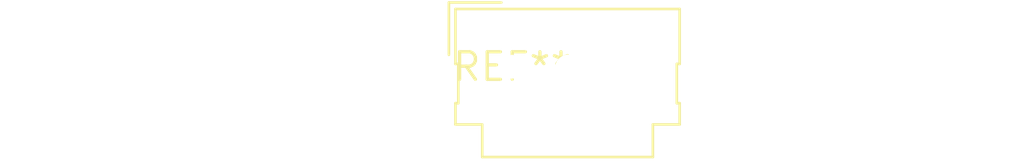
<source format=kicad_pcb>
(kicad_pcb (version 20240108) (generator pcbnew)
  (layers (0 "F.Cu" signal) (31 "B.Cu" signal) (34 "B.Paste" user) (35 "F.Paste" user) (36 "B.SilkS" user "B.Silkscreen") (37 "F.SilkS" user "F.Silkscreen") (38 "B.Mask" user) (39 "F.Mask" user) (44 "Edge.Cuts" user))
  (net 0 "")
  (footprint "Molex_SL_171971-0003_1x03_P2.54mm_Vertical" (layer "F.Cu") (at 0 0)
    (property "Reference" "REF**")
    (property "Value" "Molex_SL_171971-0003_1x03_P2.54mm_Vertical")
    (fp_line (start -2.91 -2.96) (end -0.5 -2.96) (layer "F.SilkS") (stroke (width 0.12)))
    (fp_line (start -2.91 -0.55) (end -2.91 -2.96) (layer "F.SilkS") (stroke (width 0.12)))
    (fp_line (start -2.61 -2.66) (end -2.61 -0.13) (layer "F.SilkS") (stroke (width 0.12)))
    (fp_line (start -2.61 -0.13) (end -2.48 -0.13) (layer "F.SilkS") (stroke (width 0.12)))
    (fp_line (start -2.61 1.68) (end -2.61 2.66) (layer "F.SilkS") (stroke (width 0.12)))
    (fp_line (start -2.61 2.66) (end -1.38 2.66) (layer "F.SilkS") (stroke (width 0.12)))
    (fp_line (start -2.48 -0.13) (end -2.48 1.68) (layer "F.SilkS") (stroke (width 0.12)))
    (fp_line (start -2.48 1.68) (end -2.61 1.68) (layer "F.SilkS") (stroke (width 0.12)))
    (fp_line (start -1.38 2.66) (end -1.38 4.16) (layer "F.SilkS") (stroke (width 0.12)))
    (fp_line (start -1.38 4.16) (end 6.46 4.16) (layer "F.SilkS") (stroke (width 0.12)))
    (fp_line (start 6.46 2.66) (end 7.69 2.66) (layer "F.SilkS") (stroke (width 0.12)))
    (fp_line (start 6.46 4.16) (end 6.46 2.66) (layer "F.SilkS") (stroke (width 0.12)))
    (fp_line (start 7.56 -0.13) (end 7.69 -0.13) (layer "F.SilkS") (stroke (width 0.12)))
    (fp_line (start 7.56 1.68) (end 7.56 -0.13) (layer "F.SilkS") (stroke (width 0.12)))
    (fp_line (start 7.69 -2.66) (end -2.61 -2.66) (layer "F.SilkS") (stroke (width 0.12)))
    (fp_line (start 7.69 -0.13) (end 7.69 -2.66) (layer "F.SilkS") (stroke (width 0.12)))
    (fp_line (start 7.69 1.68) (end 7.56 1.68) (layer "F.SilkS") (stroke (width 0.12)))
    (fp_line (start 7.69 2.66) (end 7.69 1.68) (layer "F.SilkS") (stroke (width 0.12)))
    (pad "1" thru_hole roundrect (at 0 0) (size 1.74 1.74) (drill 1.09) (layers *.Cu *.Mask) (remove_unused_layers) (roundrect_rratio 0.143678))
    (pad "2" thru_hole circle (at 2.54 0) (size 1.74 1.74) (drill 1.09) (layers *.Cu *.Mask) (remove_unused_layers))
    (pad "3" thru_hole circle (at 5.08 0) (size 1.74 1.74) (drill 1.09) (layers *.Cu *.Mask) (remove_unused_layers))
  )
)
</source>
